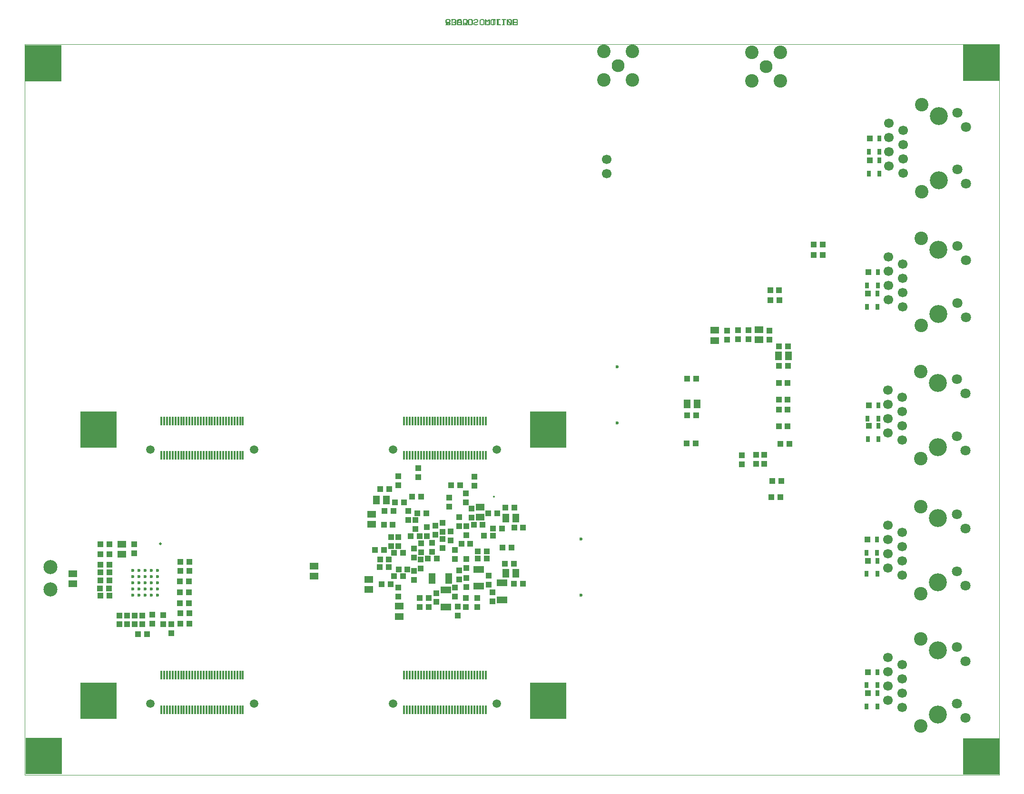
<source format=gbs>
G04 Layer_Color=16711935*
%FSLAX43Y43*%
%MOMM*%
G71*
G01*
G75*
%ADD10C,0.100*%
%ADD44C,0.500*%
%ADD49C,0.200*%
%ADD54C,0.300*%
%ADD58C,2.300*%
%ADD59C,1.700*%
%ADD62C,2.400*%
%ADD74C,0.600*%
%ADD112R,1.050X1.100*%
%ADD113R,1.100X1.050*%
%ADD114R,1.100X1.000*%
%ADD118R,1.000X1.100*%
%ADD119R,1.500X1.150*%
%ADD123R,1.150X1.500*%
%ADD136R,1.050X1.100*%
%ADD146C,1.800*%
%ADD147C,3.200*%
%ADD148C,1.516*%
%ADD149C,2.500*%
%ADD150R,6.450X6.450*%
%ADD151R,1.100X1.100*%
%ADD152R,0.700X1.100*%
%ADD153R,1.100X1.100*%
%ADD154R,1.550X1.250*%
%ADD155R,0.405X1.548*%
%ADD156R,1.250X1.550*%
%ADD157R,1.900X1.250*%
%ADD158R,1.250X1.900*%
D10*
X163425Y-10000D02*
Y120000D01*
X-10000Y-10000D02*
X163425D01*
X-10000D02*
Y120000D01*
X163425D01*
D44*
X14150Y31100D02*
D03*
D49*
X77629Y124450D02*
Y123450D01*
X77129D01*
X76963Y123617D01*
Y123783D01*
X77129Y123950D01*
X77629D01*
X77129D01*
X76963Y124116D01*
Y124283D01*
X77129Y124450D01*
X77629D01*
X76130D02*
X76463D01*
X76629Y124283D01*
Y123617D01*
X76463Y123450D01*
X76130D01*
X75963Y123617D01*
Y124283D01*
X76130Y124450D01*
X75630D02*
X74963D01*
X75297D01*
Y123450D01*
X74630Y124450D02*
X73964D01*
X74297D01*
Y123450D01*
X73131Y124450D02*
X73464D01*
X73630Y124283D01*
Y123617D01*
X73464Y123450D01*
X73131D01*
X72964Y123617D01*
Y124283D01*
X73131Y124450D01*
X72631Y123450D02*
Y124450D01*
X72298Y124116D01*
X71964Y124450D01*
Y123450D01*
X69965Y124283D02*
X70132Y124450D01*
X70465D01*
X70631Y124283D01*
Y124116D01*
X70465Y123950D01*
X70132D01*
X69965Y123783D01*
Y123617D01*
X70132Y123450D01*
X70465D01*
X70631Y123617D01*
X69132Y124450D02*
X69465D01*
X69632Y124283D01*
Y123617D01*
X69465Y123450D01*
X69132D01*
X68965Y123617D01*
Y124283D01*
X69132Y124450D01*
X68632D02*
Y123450D01*
X67966D01*
X67632Y124450D02*
Y123450D01*
X67132D01*
X66966Y123617D01*
Y124283D01*
X67132Y124450D01*
X67632D01*
X65966D02*
X66633D01*
Y123450D01*
X65966D01*
X66633Y123950D02*
X66299D01*
X65633Y123450D02*
Y124450D01*
X65133D01*
X64967Y124283D01*
Y123950D01*
X65133Y123783D01*
X65633D01*
X65300D02*
X64967Y123450D01*
X65050Y124450D02*
Y123450D01*
X65550D01*
X65716Y123617D01*
Y123783D01*
X65550Y123950D01*
X65050D01*
X65550D01*
X65716Y124116D01*
Y124283D01*
X65550Y124450D01*
X65050D01*
X66549D02*
X66216D01*
X66050Y124283D01*
Y123617D01*
X66216Y123450D01*
X66549D01*
X66716Y123617D01*
Y124283D01*
X66549Y124450D01*
X67049Y123450D02*
Y124116D01*
X67382Y124450D01*
X67716Y124116D01*
Y123450D01*
Y123950D01*
X67049D01*
X68049Y123450D02*
Y124450D01*
X68549D01*
X68715Y124283D01*
Y123950D01*
X68549Y123783D01*
X68049D01*
X68382D02*
X68715Y123450D01*
X69049Y124450D02*
Y123450D01*
X69548D01*
X69715Y123617D01*
Y124283D01*
X69548Y124450D01*
X69049D01*
X71548D02*
X71215D01*
X71048Y124283D01*
Y123617D01*
X71215Y123450D01*
X71548D01*
X71714Y123617D01*
Y124283D01*
X71548Y124450D01*
X72048D02*
Y123617D01*
X72214Y123450D01*
X72547D01*
X72714Y123617D01*
Y124450D01*
X73047D02*
X73714D01*
X73380D01*
Y123450D01*
X74047Y124450D02*
Y123450D01*
X74713D01*
X75047Y124450D02*
X75380D01*
X75213D01*
Y123450D01*
X75047D01*
X75380D01*
X75880D02*
Y124450D01*
X76546Y123450D01*
Y124450D01*
X77546D02*
X76879D01*
Y123450D01*
X77546D01*
X76879Y123950D02*
X77213D01*
D54*
X73500Y39500D02*
X73500Y39500D01*
D58*
X121925Y116050D02*
D03*
X95625Y116175D02*
D03*
D59*
X146147Y1980D02*
D03*
X143607Y3250D02*
D03*
X146147Y4520D02*
D03*
Y7060D02*
D03*
Y9600D02*
D03*
X143607Y10870D02*
D03*
Y8330D02*
D03*
Y5790D02*
D03*
X146148Y25570D02*
D03*
X143608Y26840D02*
D03*
X146148Y28110D02*
D03*
X143608Y29380D02*
D03*
X146148Y30650D02*
D03*
X143608Y31920D02*
D03*
X146148Y33190D02*
D03*
X143608Y34460D02*
D03*
X146172Y49605D02*
D03*
X143632Y50875D02*
D03*
X146172Y52145D02*
D03*
X143632Y53415D02*
D03*
X146172Y54685D02*
D03*
X143632Y55955D02*
D03*
X146172Y57225D02*
D03*
X143632Y58495D02*
D03*
X146270Y97055D02*
D03*
X143730Y98325D02*
D03*
X146270Y99595D02*
D03*
Y102135D02*
D03*
Y104675D02*
D03*
X143730Y105945D02*
D03*
Y103405D02*
D03*
Y100865D02*
D03*
X146250Y73310D02*
D03*
X143710Y74580D02*
D03*
X146250Y75850D02*
D03*
X143710Y77120D02*
D03*
X146250Y78390D02*
D03*
X143710Y79660D02*
D03*
X146250Y80930D02*
D03*
X143710Y82200D02*
D03*
X93600Y99540D02*
D03*
Y97000D02*
D03*
D62*
X149449Y-1322D02*
D03*
Y14172D02*
D03*
X149450Y22268D02*
D03*
Y37762D02*
D03*
X149474Y46303D02*
D03*
Y61797D02*
D03*
X149572Y93753D02*
D03*
Y109247D02*
D03*
X149552Y70008D02*
D03*
Y85502D02*
D03*
X119385Y118590D02*
D03*
Y113510D02*
D03*
X124465D02*
D03*
Y118590D02*
D03*
X93085Y118715D02*
D03*
Y113635D02*
D03*
X98165D02*
D03*
Y118715D02*
D03*
D74*
X88975Y32000D02*
D03*
Y22000D02*
D03*
X95425Y62600D02*
D03*
Y52600D02*
D03*
X13650Y26375D02*
D03*
Y25275D02*
D03*
Y24175D02*
D03*
Y23075D02*
D03*
Y21975D02*
D03*
X12550Y26375D02*
D03*
Y25275D02*
D03*
Y24175D02*
D03*
Y23075D02*
D03*
Y21975D02*
D03*
X11450Y26375D02*
D03*
Y25275D02*
D03*
Y24175D02*
D03*
Y23075D02*
D03*
Y21975D02*
D03*
X10350Y26375D02*
D03*
Y25275D02*
D03*
Y24175D02*
D03*
Y23075D02*
D03*
Y21975D02*
D03*
X9250Y26375D02*
D03*
Y25275D02*
D03*
Y24175D02*
D03*
Y23075D02*
D03*
Y21975D02*
D03*
D112*
X107800Y48950D02*
D03*
X109400D02*
D03*
X109500Y60475D02*
D03*
X107900D02*
D03*
X107875Y54000D02*
D03*
X109475D02*
D03*
X125850Y66225D02*
D03*
X124250D02*
D03*
X124225Y62775D02*
D03*
X125825D02*
D03*
X125775Y59700D02*
D03*
X124175D02*
D03*
X125775Y56750D02*
D03*
X124175D02*
D03*
Y55000D02*
D03*
X125775D02*
D03*
Y52025D02*
D03*
X124175D02*
D03*
X124500Y48925D02*
D03*
X126100D02*
D03*
X5075Y24600D02*
D03*
X3475D02*
D03*
X5050Y26000D02*
D03*
X3450D02*
D03*
X5100Y29275D02*
D03*
X3500D02*
D03*
X17675Y26300D02*
D03*
X19275D02*
D03*
X17625Y22475D02*
D03*
X19225D02*
D03*
X17675Y18751D02*
D03*
X19275D02*
D03*
X78625Y24000D02*
D03*
X77025D02*
D03*
X74950Y33825D02*
D03*
X73350D02*
D03*
X77075Y27525D02*
D03*
X75475D02*
D03*
X74100Y36525D02*
D03*
X72500D02*
D03*
X76600Y30400D02*
D03*
X75000D02*
D03*
X58900Y39500D02*
D03*
X60500D02*
D03*
X55875Y38500D02*
D03*
X57475D02*
D03*
X65900Y41500D02*
D03*
X67500D02*
D03*
X73350Y32550D02*
D03*
X71750D02*
D03*
X55600Y37000D02*
D03*
X54000D02*
D03*
X53275Y40850D02*
D03*
X54875D02*
D03*
X53900Y34500D02*
D03*
X55500D02*
D03*
X77100Y37525D02*
D03*
X75500D02*
D03*
X78700Y34000D02*
D03*
X77100D02*
D03*
X59900Y36525D02*
D03*
X61500D02*
D03*
X55700Y29500D02*
D03*
X57300D02*
D03*
X58125Y26575D02*
D03*
X56525D02*
D03*
X55700Y25325D02*
D03*
X57300D02*
D03*
X53500Y23950D02*
D03*
X55100D02*
D03*
X53200Y27000D02*
D03*
X54800D02*
D03*
X53225Y28300D02*
D03*
X54825D02*
D03*
X52300Y30025D02*
D03*
X53900D02*
D03*
X69300Y31125D02*
D03*
X67700D02*
D03*
X72225Y29800D02*
D03*
X70625D02*
D03*
X61700Y28500D02*
D03*
X63300D02*
D03*
X72225Y28475D02*
D03*
X70625D02*
D03*
X58700Y32500D02*
D03*
X60300D02*
D03*
X71500Y34525D02*
D03*
X69900D02*
D03*
D113*
X115000Y67450D02*
D03*
Y69050D02*
D03*
X116900Y69125D02*
D03*
Y67525D02*
D03*
X118750Y69150D02*
D03*
Y67550D02*
D03*
X122475Y69075D02*
D03*
Y67475D02*
D03*
X121575Y46975D02*
D03*
Y45375D02*
D03*
X120125Y45350D02*
D03*
Y46950D02*
D03*
X117625Y45275D02*
D03*
Y46875D02*
D03*
X9575Y18375D02*
D03*
Y16775D02*
D03*
X14625Y18450D02*
D03*
Y16850D02*
D03*
X63100Y34300D02*
D03*
Y32700D02*
D03*
X61575Y34100D02*
D03*
Y32500D02*
D03*
X68575Y34275D02*
D03*
Y32675D02*
D03*
X64350Y34850D02*
D03*
Y33250D02*
D03*
X60475Y28300D02*
D03*
Y26700D02*
D03*
X68550Y28375D02*
D03*
Y26775D02*
D03*
X62500Y31300D02*
D03*
Y29700D02*
D03*
X66550Y30050D02*
D03*
Y28450D02*
D03*
X60525Y31200D02*
D03*
Y29600D02*
D03*
X65800Y33300D02*
D03*
Y31700D02*
D03*
X55175Y32300D02*
D03*
Y30700D02*
D03*
X56500Y32300D02*
D03*
Y30700D02*
D03*
X59275Y30275D02*
D03*
Y28675D02*
D03*
X65525Y39350D02*
D03*
Y37750D02*
D03*
X56475Y43100D02*
D03*
Y41500D02*
D03*
X58275Y36925D02*
D03*
Y35325D02*
D03*
X59550Y35350D02*
D03*
Y33750D02*
D03*
X68500Y40125D02*
D03*
Y38525D02*
D03*
X60000Y44550D02*
D03*
Y42950D02*
D03*
X69500Y37375D02*
D03*
Y35775D02*
D03*
X67325Y35850D02*
D03*
Y34250D02*
D03*
X73200Y20900D02*
D03*
Y22500D02*
D03*
X72525Y23825D02*
D03*
Y25425D02*
D03*
X70000Y41425D02*
D03*
Y43025D02*
D03*
X61900Y19850D02*
D03*
Y21450D02*
D03*
X63250Y20750D02*
D03*
Y22350D02*
D03*
X68500Y19875D02*
D03*
Y21475D02*
D03*
X67025Y18375D02*
D03*
Y19975D02*
D03*
X66575Y21750D02*
D03*
Y23350D02*
D03*
X60250Y19850D02*
D03*
Y21450D02*
D03*
X70525Y19900D02*
D03*
Y21500D02*
D03*
X59300Y24700D02*
D03*
Y26300D02*
D03*
X56500Y21700D02*
D03*
Y23300D02*
D03*
X64375Y30350D02*
D03*
Y31950D02*
D03*
X68600Y23400D02*
D03*
Y25000D02*
D03*
X67300Y24775D02*
D03*
Y26375D02*
D03*
D114*
X6825Y16775D02*
D03*
Y18375D02*
D03*
X10950D02*
D03*
Y16775D02*
D03*
X12675Y16875D02*
D03*
Y18475D02*
D03*
X16125Y16825D02*
D03*
Y15225D02*
D03*
X9500Y29425D02*
D03*
Y31025D02*
D03*
D118*
X122875Y39425D02*
D03*
X124475D02*
D03*
X3450Y21850D02*
D03*
X5050D02*
D03*
X5000Y23200D02*
D03*
X3400D02*
D03*
X3450Y27375D02*
D03*
X5050D02*
D03*
X3500Y31000D02*
D03*
X5100D02*
D03*
X17650Y24425D02*
D03*
X19250D02*
D03*
X19200Y20500D02*
D03*
X17600D02*
D03*
X19275Y16875D02*
D03*
X17675D02*
D03*
X17675Y27875D02*
D03*
X19275D02*
D03*
X11800Y15050D02*
D03*
X10200D02*
D03*
D119*
X112800Y69100D02*
D03*
Y67300D02*
D03*
X120650Y67450D02*
D03*
Y69250D02*
D03*
X7250Y31050D02*
D03*
Y29250D02*
D03*
X-1400Y25825D02*
D03*
Y24025D02*
D03*
D123*
X109675Y56025D02*
D03*
X107875D02*
D03*
X124125Y64550D02*
D03*
X125925D02*
D03*
D136*
X124600Y42300D02*
D03*
X123000D02*
D03*
X124275Y74450D02*
D03*
X122675D02*
D03*
X124250Y76275D02*
D03*
X122650D02*
D03*
X132025Y84400D02*
D03*
X130425D02*
D03*
X132025Y82525D02*
D03*
X130425D02*
D03*
D146*
X157399Y101D02*
D03*
X155875Y2641D02*
D03*
Y12750D02*
D03*
X157399Y10210D02*
D03*
X157400Y23691D02*
D03*
X155876Y26231D02*
D03*
Y36340D02*
D03*
X157400Y33800D02*
D03*
X157424Y47726D02*
D03*
X155900Y50266D02*
D03*
Y60375D02*
D03*
X157424Y57835D02*
D03*
X157522Y95175D02*
D03*
X155998Y97715D02*
D03*
Y107825D02*
D03*
X157522Y105285D02*
D03*
X157502Y71430D02*
D03*
X155978Y73970D02*
D03*
Y84080D02*
D03*
X157502Y81540D02*
D03*
D147*
X152497Y710D02*
D03*
Y12140D02*
D03*
X152498Y24300D02*
D03*
Y35730D02*
D03*
X152522Y48335D02*
D03*
Y59765D02*
D03*
X152620Y95785D02*
D03*
Y107215D02*
D03*
X152600Y72040D02*
D03*
Y83470D02*
D03*
D148*
X30816Y2666D02*
D03*
X12340D02*
D03*
X74020Y47886D02*
D03*
X55544D02*
D03*
X30816D02*
D03*
X12340D02*
D03*
X74020Y2666D02*
D03*
X55544D02*
D03*
D149*
X-5425Y26956D02*
D03*
Y22994D02*
D03*
D150*
X-6650Y116650D02*
D03*
X-6600Y-6600D02*
D03*
X160175Y-6700D02*
D03*
Y116675D02*
D03*
X3175Y3175D02*
D03*
Y51435D02*
D03*
X83185D02*
D03*
Y3175D02*
D03*
D151*
X140400Y99325D02*
D03*
Y103225D02*
D03*
X140100Y79425D02*
D03*
X140050Y75625D02*
D03*
X140200Y55725D02*
D03*
X140225Y52075D02*
D03*
X139975Y31850D02*
D03*
X140025Y28075D02*
D03*
Y8275D02*
D03*
Y4500D02*
D03*
D152*
X142100Y99325D02*
D03*
Y97025D02*
D03*
X140200D02*
D03*
X142100Y103225D02*
D03*
Y100925D02*
D03*
X140200D02*
D03*
X141800Y79425D02*
D03*
Y77125D02*
D03*
X139900D02*
D03*
X141750Y75625D02*
D03*
Y73325D02*
D03*
X139850D02*
D03*
X141900Y55725D02*
D03*
Y53425D02*
D03*
X140000D02*
D03*
X141925Y52075D02*
D03*
Y49775D02*
D03*
X140025D02*
D03*
X141675Y31850D02*
D03*
Y29550D02*
D03*
X139775D02*
D03*
X141725Y28075D02*
D03*
Y25775D02*
D03*
X139825D02*
D03*
X141725Y8275D02*
D03*
Y5975D02*
D03*
X139825D02*
D03*
X141725Y4500D02*
D03*
Y2200D02*
D03*
X139825D02*
D03*
D153*
X8200Y16825D02*
D03*
Y18325D02*
D03*
D154*
X71000Y35875D02*
D03*
Y37675D02*
D03*
X51700Y36350D02*
D03*
Y34550D02*
D03*
X56650Y20000D02*
D03*
Y18200D02*
D03*
X41450Y27175D02*
D03*
Y25375D02*
D03*
X51200Y24800D02*
D03*
Y23000D02*
D03*
D155*
X28328Y1612D02*
D03*
X28828D02*
D03*
X22328D02*
D03*
X22828D02*
D03*
X27328D02*
D03*
X27828D02*
D03*
X28828Y7784D02*
D03*
X28328D02*
D03*
X27828D02*
D03*
X27328D02*
D03*
X26828D02*
D03*
Y1612D02*
D03*
X26328Y7784D02*
D03*
Y1612D02*
D03*
X25828Y7784D02*
D03*
Y1612D02*
D03*
X25328Y7784D02*
D03*
Y1612D02*
D03*
X24828Y7784D02*
D03*
Y1612D02*
D03*
X24328Y7784D02*
D03*
Y1612D02*
D03*
X23828Y7784D02*
D03*
Y1612D02*
D03*
X23328Y7784D02*
D03*
Y1612D02*
D03*
X22828Y7784D02*
D03*
X22328D02*
D03*
X21828D02*
D03*
Y1612D02*
D03*
X21328Y7784D02*
D03*
Y1612D02*
D03*
X20828Y7784D02*
D03*
Y1612D02*
D03*
X20328Y7784D02*
D03*
Y1612D02*
D03*
X19828Y7784D02*
D03*
Y1612D02*
D03*
X19328Y7784D02*
D03*
Y1612D02*
D03*
X18828Y7784D02*
D03*
Y1612D02*
D03*
X18328Y7784D02*
D03*
Y1612D02*
D03*
X17828Y7784D02*
D03*
Y1612D02*
D03*
X17328Y7784D02*
D03*
Y1612D02*
D03*
X16828Y7784D02*
D03*
Y1612D02*
D03*
X16328Y7784D02*
D03*
Y1612D02*
D03*
X15828Y7784D02*
D03*
Y1612D02*
D03*
X14828Y7784D02*
D03*
Y1612D02*
D03*
X14328Y7784D02*
D03*
Y1612D02*
D03*
X15328Y7784D02*
D03*
Y1612D02*
D03*
X71532Y46832D02*
D03*
X72032D02*
D03*
X65532D02*
D03*
X66032D02*
D03*
X70532D02*
D03*
X71032D02*
D03*
X72032Y53004D02*
D03*
X71532D02*
D03*
X71032D02*
D03*
X70532D02*
D03*
X70032D02*
D03*
Y46832D02*
D03*
X69532Y53004D02*
D03*
Y46832D02*
D03*
X69032Y53004D02*
D03*
Y46832D02*
D03*
X68532Y53004D02*
D03*
Y46832D02*
D03*
X68032Y53004D02*
D03*
Y46832D02*
D03*
X67532Y53004D02*
D03*
Y46832D02*
D03*
X67032Y53004D02*
D03*
Y46832D02*
D03*
X66532Y53004D02*
D03*
Y46832D02*
D03*
X66032Y53004D02*
D03*
X65532D02*
D03*
X65032D02*
D03*
Y46832D02*
D03*
X64532Y53004D02*
D03*
Y46832D02*
D03*
X64032Y53004D02*
D03*
Y46832D02*
D03*
X63532Y53004D02*
D03*
Y46832D02*
D03*
X63032Y53004D02*
D03*
Y46832D02*
D03*
X62532Y53004D02*
D03*
Y46832D02*
D03*
X62032Y53004D02*
D03*
Y46832D02*
D03*
X61532Y53004D02*
D03*
Y46832D02*
D03*
X61032Y53004D02*
D03*
Y46832D02*
D03*
X60532Y53004D02*
D03*
Y46832D02*
D03*
X60032Y53004D02*
D03*
Y46832D02*
D03*
X59532Y53004D02*
D03*
Y46832D02*
D03*
X59032Y53004D02*
D03*
Y46832D02*
D03*
X58032Y53004D02*
D03*
Y46832D02*
D03*
X57532Y53004D02*
D03*
Y46832D02*
D03*
X58532Y53004D02*
D03*
Y46832D02*
D03*
X28328D02*
D03*
X28828D02*
D03*
X22328D02*
D03*
X22828D02*
D03*
X27328D02*
D03*
X27828D02*
D03*
X28828Y53004D02*
D03*
X28328D02*
D03*
X27828D02*
D03*
X27328D02*
D03*
X26828D02*
D03*
Y46832D02*
D03*
X26328Y53004D02*
D03*
Y46832D02*
D03*
X25828Y53004D02*
D03*
Y46832D02*
D03*
X25328Y53004D02*
D03*
Y46832D02*
D03*
X24828Y53004D02*
D03*
Y46832D02*
D03*
X24328Y53004D02*
D03*
Y46832D02*
D03*
X23828Y53004D02*
D03*
Y46832D02*
D03*
X23328Y53004D02*
D03*
Y46832D02*
D03*
X22828Y53004D02*
D03*
X22328D02*
D03*
X21828D02*
D03*
Y46832D02*
D03*
X21328Y53004D02*
D03*
Y46832D02*
D03*
X20828Y53004D02*
D03*
Y46832D02*
D03*
X20328Y53004D02*
D03*
Y46832D02*
D03*
X19828Y53004D02*
D03*
Y46832D02*
D03*
X19328Y53004D02*
D03*
Y46832D02*
D03*
X18828Y53004D02*
D03*
Y46832D02*
D03*
X18328Y53004D02*
D03*
Y46832D02*
D03*
X17828Y53004D02*
D03*
Y46832D02*
D03*
X17328Y53004D02*
D03*
Y46832D02*
D03*
X16828Y53004D02*
D03*
Y46832D02*
D03*
X16328Y53004D02*
D03*
Y46832D02*
D03*
X15828Y53004D02*
D03*
Y46832D02*
D03*
X14828Y53004D02*
D03*
Y46832D02*
D03*
X14328Y53004D02*
D03*
Y46832D02*
D03*
X15328Y53004D02*
D03*
Y46832D02*
D03*
X71532Y1612D02*
D03*
X72032D02*
D03*
X65532D02*
D03*
X66032D02*
D03*
X70532D02*
D03*
X71032D02*
D03*
X72032Y7784D02*
D03*
X71532D02*
D03*
X71032D02*
D03*
X70532D02*
D03*
X70032D02*
D03*
Y1612D02*
D03*
X69532Y7784D02*
D03*
Y1612D02*
D03*
X69032Y7784D02*
D03*
Y1612D02*
D03*
X68532Y7784D02*
D03*
Y1612D02*
D03*
X68032Y7784D02*
D03*
Y1612D02*
D03*
X67532Y7784D02*
D03*
Y1612D02*
D03*
X67032Y7784D02*
D03*
Y1612D02*
D03*
X66532Y7784D02*
D03*
Y1612D02*
D03*
X66032Y7784D02*
D03*
X65532D02*
D03*
X65032D02*
D03*
Y1612D02*
D03*
X64532Y7784D02*
D03*
Y1612D02*
D03*
X64032Y7784D02*
D03*
Y1612D02*
D03*
X63532Y7784D02*
D03*
Y1612D02*
D03*
X63032Y7784D02*
D03*
Y1612D02*
D03*
X62532Y7784D02*
D03*
Y1612D02*
D03*
X62032Y7784D02*
D03*
Y1612D02*
D03*
X61532Y7784D02*
D03*
Y1612D02*
D03*
X61032Y7784D02*
D03*
Y1612D02*
D03*
X60532Y7784D02*
D03*
Y1612D02*
D03*
X60032Y7784D02*
D03*
Y1612D02*
D03*
X59532Y7784D02*
D03*
Y1612D02*
D03*
X59032Y7784D02*
D03*
Y1612D02*
D03*
X58032Y7784D02*
D03*
Y1612D02*
D03*
X57532Y7784D02*
D03*
Y1612D02*
D03*
X58532Y7784D02*
D03*
Y1612D02*
D03*
D156*
X75575Y25900D02*
D03*
X77375D02*
D03*
X54375Y38950D02*
D03*
X52575D02*
D03*
X75625Y35650D02*
D03*
X77425D02*
D03*
D157*
X70750Y23550D02*
D03*
Y26550D02*
D03*
X64950Y19875D02*
D03*
Y22875D02*
D03*
X74900Y21150D02*
D03*
Y24150D02*
D03*
D158*
X62475Y24950D02*
D03*
X65475D02*
D03*
M02*

</source>
